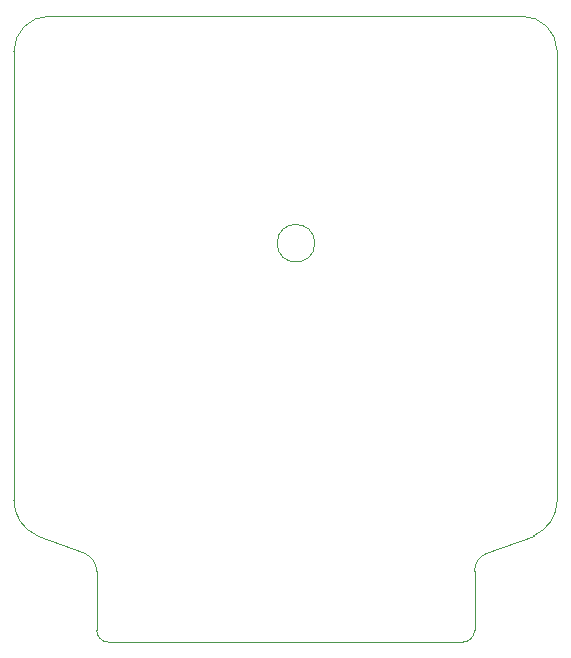
<source format=gbr>
%TF.GenerationSoftware,KiCad,Pcbnew,7.0.6*%
%TF.CreationDate,2023-08-06T04:21:24+10:00*%
%TF.ProjectId,controller,636f6e74-726f-46c6-9c65-722e6b696361,rev?*%
%TF.SameCoordinates,Original*%
%TF.FileFunction,Profile,NP*%
%FSLAX46Y46*%
G04 Gerber Fmt 4.6, Leading zero omitted, Abs format (unit mm)*
G04 Created by KiCad (PCBNEW 7.0.6) date 2023-08-06 04:21:24*
%MOMM*%
%LPD*%
G01*
G04 APERTURE LIST*
%TA.AperFunction,Profile*%
%ADD10C,0.050000*%
%TD*%
G04 APERTURE END LIST*
D10*
X132501100Y-130503600D02*
G75*
G03*
X133501100Y-131503600I1000000J0D01*
G01*
X171501100Y-119503600D02*
X171501100Y-81503600D01*
X165501087Y-124003572D02*
G75*
G03*
X164501100Y-125503600I607813J-1488528D01*
G01*
X168501100Y-78503600D02*
X128501100Y-78503600D01*
X171501100Y-81503600D02*
G75*
G03*
X168501100Y-78503600I-3000000J0D01*
G01*
X165501100Y-124003600D02*
X169501100Y-122503600D01*
X125501100Y-119503600D02*
X125501100Y-81503600D01*
X150973316Y-97738816D02*
G75*
G03*
X150973316Y-97738816I-1593316J0D01*
G01*
X169501112Y-122503628D02*
G75*
G03*
X171501099Y-119503599I-1274812J3016528D01*
G01*
X128501100Y-78503600D02*
G75*
G03*
X125501100Y-81503600I0J-3000000D01*
G01*
X164501100Y-130503600D02*
X164501100Y-125503600D01*
X133501100Y-131503600D02*
X163501100Y-131503600D01*
X163501100Y-131503600D02*
G75*
G03*
X164501100Y-130503600I0J1000000D01*
G01*
X127501100Y-122503600D02*
X131501100Y-124003600D01*
X132501069Y-125503599D02*
G75*
G03*
X131501100Y-124003600I-1607769J11499D01*
G01*
X125501132Y-119503600D02*
G75*
G03*
X127501101Y-122503599I3274768J16500D01*
G01*
X132501100Y-125503600D02*
X132501100Y-130503600D01*
M02*

</source>
